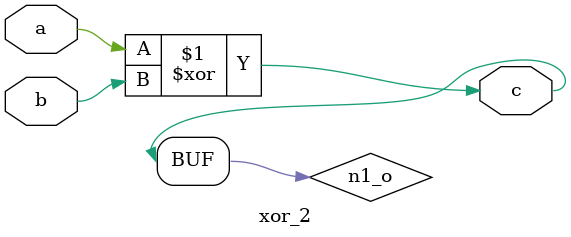
<source format=v>
module xor_2
  (input  a,
   input  b,
   output c);
  wire n1_o;
  assign c = n1_o;
  /* General/xor_2.vhd:37:16  */
  assign n1_o = a ^ b;
endmodule


</source>
